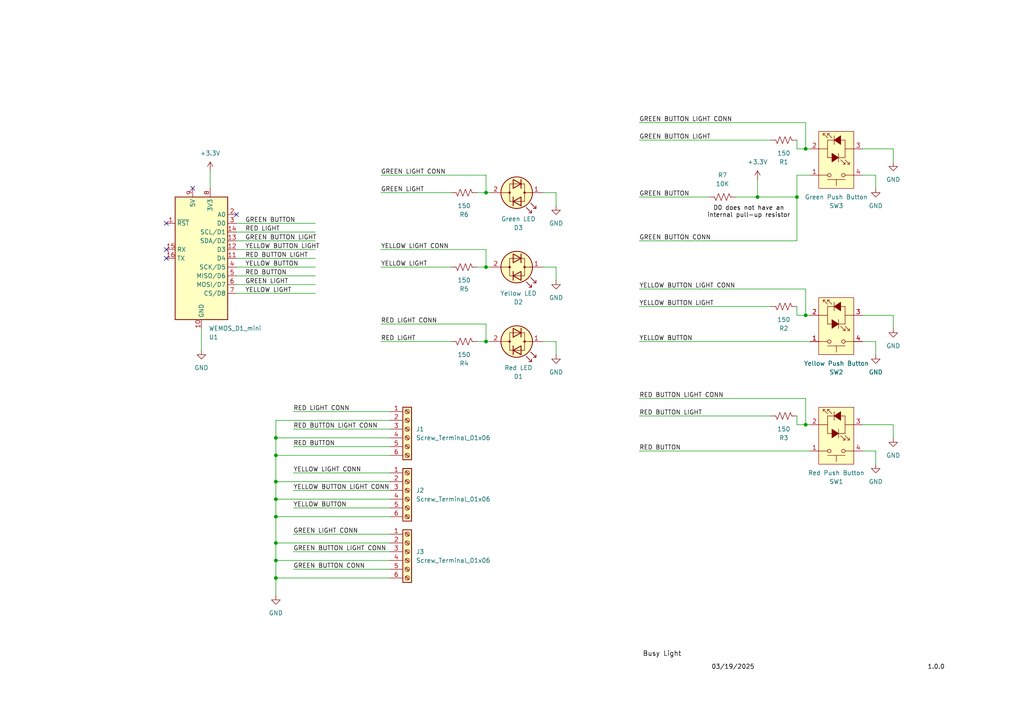
<source format=kicad_sch>
(kicad_sch (version 20250114) (generator "eeschema") (generator_version "9.0")
  (paper "A4")
  (lib_symbols
    (symbol "Connector:Screw_Terminal_01x06" (pin_names (offset 1.016) (hide yes))
      (property "Reference" "J" (at 0 7.62 0))
      (property "Value" "Screw_Terminal_01x06" (at 0 -10.16 0))
      (symbol "Screw_Terminal_01x06_1_1"
        (rectangle (start -1.27 6.35) (end 1.27 -8.89) (stroke (width 0.254)) (fill (type background)))
        (polyline (pts (xy -0.5334 5.4102) (xy 0.3302 4.572)) (stroke (width 0.1524)))
        (polyline (pts (xy -0.5334 2.8702) (xy 0.3302 2.032)) (stroke (width 0.1524)))
        (polyline (pts (xy -0.5334 0.3302) (xy 0.3302 -0.508)) (stroke (width 0.1524)))
        (polyline (pts (xy -0.5334 -2.2098) (xy 0.3302 -3.048)) (stroke (width 0.1524)))
        (polyline (pts (xy -0.5334 -4.7498) (xy 0.3302 -5.588)) (stroke (width 0.1524)))
        (polyline (pts (xy -0.5334 -7.2898) (xy 0.3302 -8.128)) (stroke (width 0.1524)))
        (polyline (pts (xy -0.3556 5.588) (xy 0.508 4.7498)) (stroke (width 0.1524)))
        (polyline (pts (xy -0.3556 3.048) (xy 0.508 2.2098)) (stroke (width 0.1524)))
        (polyline (pts (xy -0.3556 0.508) (xy 0.508 -0.3302)) (stroke (width 0.1524)))
        (polyline (pts (xy -0.3556 -2.032) (xy 0.508 -2.8702)) (stroke (width 0.1524)))
        (polyline (pts (xy -0.3556 -4.572) (xy 0.508 -5.4102)) (stroke (width 0.1524)))
        (polyline (pts (xy -0.3556 -7.112) (xy 0.508 -7.9502)) (stroke (width 0.1524)))
        (circle (center 0 5.08) (radius 0.635) (stroke (width 0.1524)))
        (circle (center 0 2.54) (radius 0.635) (stroke (width 0.1524)))
        (circle (center 0 0) (radius 0.635) (stroke (width 0.1524)))
        (circle (center 0 -2.54) (radius 0.635) (stroke (width 0.1524)))
        (circle (center 0 -5.08) (radius 0.635) (stroke (width 0.1524)))
        (circle (center 0 -7.62) (radius 0.635) (stroke (width 0.1524)))
        (pin passive line (at -5.08 5.08 0) (length 3.81) (name "Pin_1") (number "1"))
        (pin passive line (at -5.08 2.54 0) (length 3.81) (name "Pin_2") (number "2"))
        (pin passive line (at -5.08 0 0) (length 3.81) (name "Pin_3") (number "3"))
        (pin passive line (at -5.08 -2.54 0) (length 3.81) (name "Pin_4") (number "4"))
        (pin passive line (at -5.08 -5.08 0) (length 3.81) (name "Pin_5") (number "5"))
        (pin passive line (at -5.08 -7.62 0) (length 3.81) (name "Pin_6") (number "6"))
      )
    )
    (symbol "Device:LED_Dual_Bidirectional" (pin_names (offset 0) (hide yes))
      (property "Reference" "D" (at 0 5.715 0))
      (property "Value" "LED_Dual_Bidirectional" (at 0 -6.35 0))
      (symbol "LED_Dual_Bidirectional_0_1"
        (polyline (pts (xy -4.572 0) (xy -2.54 0)))
        (circle (center -2.032 0) (radius 0.254) (fill (type outline)))
        (polyline (pts (xy -2.032 0) (xy -2.54 0)))
        (polyline (pts (xy -1.016 3.81) (xy -1.016 1.27)) (stroke (width 0.254)))
        (polyline (pts (xy -1.016 -1.27) (xy -1.016 -3.81) (xy 1.27 -2.54) (xy -1.016 -1.27)) (stroke (width 0.254)))
        (circle (center 0 0) (radius 4.572) (stroke (width 0.254)) (fill (type background)))
        (polyline (pts (xy 1.27 3.81) (xy 1.27 1.27) (xy -1.016 2.54) (xy 1.27 3.81)) (stroke (width 0.254)))
        (polyline (pts (xy 1.27 -1.27) (xy 1.27 -3.81)) (stroke (width 0.254)))
        (polyline (pts (xy 2.286 2.54) (xy -2.032 2.54) (xy -2.032 -2.54) (xy 2.286 -2.54) (xy 2.286 2.54)))
        (circle (center 2.286 0) (radius 0.254) (fill (type outline)))
        (polyline (pts (xy 2.794 4.318) (xy 4.318 5.842) (xy 3.556 5.842)) (stroke (width 0.2032)))
        (polyline (pts (xy 4.064 3.048) (xy 5.588 4.572) (xy 4.826 4.572)) (stroke (width 0.2032)))
        (polyline (pts (xy 4.064 0) (xy 2.286 0)) (fill (type outline)))
        (polyline (pts (xy 4.318 5.842) (xy 4.318 5.08)) (stroke (width 0.2032)))
        (polyline (pts (xy 5.588 4.572) (xy 5.588 3.81)) (stroke (width 0.2032)))
      )
      (symbol "LED_Dual_Bidirectional_1_1"
        (pin input line (at -7.62 0 0) (length 3.048) (name "AK") (number "2"))
        (pin input line (at 7.62 0 180) (length 3.81) (name "KA") (number "1"))
      )
    )
    (symbol "Device:R_US" (pin_numbers (hide yes)) (pin_names (offset 0))
      (property "Reference" "R" (at 2.54 0 90))
      (property "Value" "R_US" (at -2.54 0 90))
      (symbol "R_US_0_1"
        (polyline (pts (xy 0 2.286) (xy 0 2.54)))
        (polyline (pts (xy 0 2.286) (xy 1.016 1.905) (xy 0 1.524) (xy -1.016 1.143) (xy 0 0.762)))
        (polyline (pts (xy 0 0.762) (xy 1.016 0.381) (xy 0 0) (xy -1.016 -0.381) (xy 0 -0.762)))
        (polyline (pts (xy 0 -0.762) (xy 1.016 -1.143) (xy 0 -1.524) (xy -1.016 -1.905) (xy 0 -2.286)))
        (polyline (pts (xy 0 -2.286) (xy 0 -2.54)))
      )
      (symbol "R_US_1_1"
        (pin passive line (at 0 3.81 270) (length 1.27) (name "~") (number "1"))
        (pin passive line (at 0 -3.81 90) (length 1.27) (name "~") (number "2"))
      )
    )
    (symbol "RF_Module:WEMOS_D1_mini"
      (property "Reference" "U" (at 3.81 19.05 0))
      (property "Value" "WEMOS_D1_mini" (at 1.27 -19.05 0))
      (symbol "WEMOS_D1_mini_1_1"
        (rectangle (start -7.62 17.78) (end 7.62 -17.78) (stroke (width 0.254)) (fill (type background)))
        (pin input line (at -10.16 10.16 0) (length 2.54) (name "~{RST}") (number "1"))
        (pin input line (at -10.16 2.54 0) (length 2.54) (name "RX") (number "15"))
        (pin output line (at -10.16 0 0) (length 2.54) (name "TX") (number "16"))
        (pin power_in line (at -2.54 20.32 270) (length 2.54) (name "5V") (number "9"))
        (pin power_in line (at 0 -20.32 90) (length 2.54) (name "GND") (number "10"))
        (pin power_out line (at 2.54 20.32 270) (length 2.54) (name "3V3") (number "8"))
        (pin input line (at 10.16 12.7 180) (length 2.54) (name "A0") (number "2"))
        (pin bidirectional line (at 10.16 10.16 180) (length 2.54) (name "D0") (number "3"))
        (pin bidirectional line (at 10.16 7.62 180) (length 2.54) (name "SCL/D1") (number "14"))
        (pin bidirectional line (at 10.16 5.08 180) (length 2.54) (name "SDA/D2") (number "13"))
        (pin bidirectional line (at 10.16 2.54 180) (length 2.54) (name "D3") (number "12"))
        (pin bidirectional line (at 10.16 0 180) (length 2.54) (name "D4") (number "11"))
        (pin bidirectional line (at 10.16 -2.54 180) (length 2.54) (name "SCK/D5") (number "4"))
        (pin bidirectional line (at 10.16 -5.08 180) (length 2.54) (name "MISO/D6") (number "5"))
        (pin bidirectional line (at 10.16 -7.62 180) (length 2.54) (name "MOSI/D7") (number "6"))
        (pin bidirectional line (at 10.16 -10.16 180) (length 2.54) (name "CS/D8") (number "7"))
      )
    )
    (symbol "Switch:SW_MEC_5G_2LED" (pin_names (offset 1.016) (hide yes))
      (property "Reference" "SW" (at 0 10.16 0))
      (property "Value" "SW_MEC_5G_2LED" (at 0 -8.89 0))
      (symbol "SW_MEC_5G_2LED_0_0"
        (polyline (pts (xy -5.08 5.08) (xy -2.54 5.08)))
        (polyline (pts (xy -5.08 -2.54) (xy -2.54 -2.54)))
        (polyline (pts (xy -3.81 -6.35) (xy -3.81 -6.985) (xy -3.175 -6.985)))
        (polyline (pts (xy -3.81 -6.985) (xy -2.54 -5.715)))
        (polyline (pts (xy -2.54 0) (xy -2.54 -5.08)))
        (polyline (pts (xy -2.54 -5.08) (xy 2.54 -5.08)))
        (polyline (pts (xy -2.54 -6.35) (xy -2.54 -6.985) (xy -1.905 -6.985)))
        (polyline (pts (xy -2.54 -6.985) (xy -1.27 -5.715)))
        (polyline (pts (xy -0.635 -3.81) (xy -0.635 -6.35)))
        (polyline (pts (xy -0.635 -5.08) (xy 1.27 -3.81) (xy 1.27 -6.35) (xy -0.635 -5.08)) (fill (type outline)))
        (polyline (pts (xy 0.635 1.27) (xy 0.635 -1.27)))
        (polyline (pts (xy 0.635 0) (xy -1.27 1.27) (xy -1.27 -1.27) (xy 0.635 0)) (fill (type outline)))
        (polyline (pts (xy 2.54 5.08) (xy 5.08 5.08)))
        (polyline (pts (xy 2.54 1.905) (xy 1.27 0.635)))
        (polyline (pts (xy 2.54 1.27) (xy 2.54 1.905) (xy 1.905 1.905)))
        (polyline (pts (xy 2.54 0) (xy -2.54 0)))
        (polyline (pts (xy 2.54 0) (xy 2.54 -5.08)))
        (polyline (pts (xy 3.81 1.905) (xy 2.54 0.635)))
        (polyline (pts (xy 3.81 1.27) (xy 3.81 1.905) (xy 3.175 1.905)))
        (polyline (pts (xy 5.08 -2.54) (xy 2.54 -2.54)))
      )
      (symbol "SW_MEC_5G_2LED_0_1"
        (circle (center -2.032 5.08) (radius 0.508))
        (polyline (pts (xy 0 6.35) (xy 0 8.128)))
        (circle (center 2.032 5.08) (radius 0.508))
        (polyline (pts (xy 2.54 6.35) (xy -2.54 6.35)))
        (pin passive line (at -7.62 5.08 0) (length 2.54) (name "1") (number "1"))
        (pin passive line (at -7.62 -2.54 0) (length 2.54) (name "2") (number "2"))
        (pin passive line (at 7.62 5.08 180) (length 2.54) (name "A") (number "4"))
        (pin passive line (at 7.62 -2.54 180) (length 2.54) (name "K") (number "3"))
      )
      (symbol "SW_MEC_5G_2LED_1_1"
        (rectangle (start -5.08 8.89) (end 5.08 -7.62) (fill (type background)))
      )
    )
    (symbol "power:+3.3V" (power) (pin_numbers (hide yes)) (pin_names (offset 0) (hide yes))
      (property "Value" "+3.3V" (at 0 3.556 0))
      (symbol "+3.3V_0_1"
        (polyline (pts (xy -0.762 1.27) (xy 0 2.54)))
        (polyline (pts (xy 0 2.54) (xy 0.762 1.27)))
        (polyline (pts (xy 0 0) (xy 0 2.54)))
      )
      (symbol "+3.3V_1_1"
        (pin power_in line (at 0 0 90) (length 0) (name "~") (number "1"))
      )
    )
    (symbol "power:GND" (power) (pin_numbers (hide yes)) (pin_names (offset 0) (hide yes))
      (property "Value" "GND" (at 0 -3.81 0))
      (symbol "GND_0_1"
        (polyline (pts (xy 0 0) (xy 0 -1.27) (xy 1.27 -1.27) (xy 0 -2.54) (xy -1.27 -1.27) (xy 0 -1.27)))
      )
      (symbol "GND_1_1"
        (pin power_in line (at 0 0 270) (length 0) (name "~") (number "1"))
      )
    )
  )
  (text "03/19/2025" (at 212.598 193.548 0) (effects (font (size 1.27 1.27))))
  (text "Busy Light" (at 192.024 189.738 0) (effects (font (size 1.397 1.397))))
  (text "1.0.0" (at 271.526 193.548 0) (effects (font (size 1.27 1.27))))
  (text "D0 does not have an\ninternal pull-up resistor" (at 217.17 61.468 0) (effects (font (size 1.27 1.27))))
  (junction (at 80.01 162.56))
  (junction (at 231.14 57.15))
  (junction (at 80.01 167.64))
  (junction (at 80.01 127))
  (junction (at 233.68 123.19))
  (junction (at 233.68 43.18))
  (junction (at 80.01 139.7))
  (junction (at 140.97 77.47))
  (junction (at 233.68 91.44))
  (junction (at 140.97 55.88))
  (junction (at 80.01 149.86))
  (junction (at 80.01 132.08))
  (junction (at 80.01 157.48))
  (junction (at 140.97 99.06))
  (junction (at 80.01 144.78))
  (junction (at 219.71 57.15))
  (no_connect (at 55.88 54.61))
  (no_connect (at 48.26 72.39))
  (no_connect (at 68.58 62.23))
  (no_connect (at 48.26 74.93))
  (no_connect (at 48.26 64.77))
  (wire (pts (xy 231.14 50.8) (xy 234.95 50.8)))
  (wire (pts (xy 233.68 123.19) (xy 233.68 115.57)))
  (wire (pts (xy 185.42 115.57) (xy 233.68 115.57)))
  (wire (pts (xy 85.09 154.94) (xy 113.03 154.94)))
  (wire (pts (xy 80.01 167.64) (xy 80.01 172.72)))
  (wire (pts (xy 80.01 132.08) (xy 80.01 139.7)))
  (wire (pts (xy 233.68 43.18) (xy 233.68 35.56)))
  (wire (pts (xy 185.42 40.64) (xy 223.52 40.64)))
  (wire (pts (xy 138.43 77.47) (xy 140.97 77.47)))
  (wire (pts (xy 231.14 120.65) (xy 231.14 123.19)))
  (wire (pts (xy 85.09 137.16) (xy 113.03 137.16)))
  (wire (pts (xy 110.49 50.8) (xy 140.97 50.8)))
  (wire (pts (xy 254 130.81) (xy 254 134.62)))
  (wire (pts (xy 231.14 88.9) (xy 231.14 91.44)))
  (wire (pts (xy 185.42 130.81) (xy 234.95 130.81)))
  (wire (pts (xy 161.29 55.88) (xy 161.29 59.69)))
  (wire (pts (xy 80.01 162.56) (xy 80.01 167.64)))
  (wire (pts (xy 185.42 57.15) (xy 205.74 57.15)))
  (wire (pts (xy 85.09 147.32) (xy 113.03 147.32)))
  (wire (pts (xy 161.29 99.06) (xy 161.29 102.87)))
  (wire (pts (xy 85.09 124.46) (xy 113.03 124.46)))
  (wire (pts (xy 250.19 130.81) (xy 254 130.81)))
  (wire (pts (xy 157.48 55.88) (xy 161.29 55.88)))
  (wire (pts (xy 68.58 80.01) (xy 91.44 80.01)))
  (wire (pts (xy 68.58 85.09) (xy 91.44 85.09)))
  (wire (pts (xy 254 99.06) (xy 254 102.87)))
  (wire (pts (xy 250.19 99.06) (xy 254 99.06)))
  (wire (pts (xy 254 50.8) (xy 254 54.61)))
  (wire (pts (xy 140.97 99.06) (xy 140.97 93.98)))
  (wire (pts (xy 68.58 82.55) (xy 91.44 82.55)))
  (wire (pts (xy 138.43 99.06) (xy 140.97 99.06)))
  (wire (pts (xy 110.49 99.06) (xy 130.81 99.06)))
  (wire (pts (xy 138.43 55.88) (xy 140.97 55.88)))
  (wire (pts (xy 80.01 139.7) (xy 80.01 144.78)))
  (wire (pts (xy 85.09 119.38) (xy 113.03 119.38)))
  (wire (pts (xy 58.42 95.25) (xy 58.42 101.6)))
  (wire (pts (xy 231.14 91.44) (xy 233.68 91.44)))
  (wire (pts (xy 110.49 77.47) (xy 130.81 77.47)))
  (wire (pts (xy 68.58 77.47) (xy 91.44 77.47)))
  (wire (pts (xy 231.14 57.15) (xy 231.14 50.8)))
  (wire (pts (xy 259.08 123.19) (xy 259.08 127)))
  (wire (pts (xy 219.71 57.15) (xy 231.14 57.15)))
  (wire (pts (xy 80.01 144.78) (xy 113.03 144.78)))
  (wire (pts (xy 185.42 69.85) (xy 231.14 69.85)))
  (wire (pts (xy 259.08 43.18) (xy 259.08 46.99)))
  (wire (pts (xy 80.01 127) (xy 113.03 127)))
  (wire (pts (xy 80.01 127) (xy 80.01 132.08)))
  (wire (pts (xy 233.68 91.44) (xy 234.95 91.44)))
  (wire (pts (xy 80.01 121.92) (xy 113.03 121.92)))
  (wire (pts (xy 68.58 69.85) (xy 91.44 69.85)))
  (wire (pts (xy 140.97 77.47) (xy 140.97 72.39)))
  (wire (pts (xy 231.14 40.64) (xy 231.14 43.18)))
  (wire (pts (xy 140.97 55.88) (xy 142.24 55.88)))
  (wire (pts (xy 110.49 93.98) (xy 140.97 93.98)))
  (wire (pts (xy 60.96 49.53) (xy 60.96 54.61)))
  (wire (pts (xy 110.49 55.88) (xy 130.81 55.88)))
  (wire (pts (xy 233.68 91.44) (xy 233.68 83.82)))
  (wire (pts (xy 213.36 57.15) (xy 219.71 57.15)))
  (wire (pts (xy 85.09 129.54) (xy 113.03 129.54)))
  (wire (pts (xy 185.42 88.9) (xy 223.52 88.9)))
  (wire (pts (xy 231.14 123.19) (xy 233.68 123.19)))
  (wire (pts (xy 250.19 123.19) (xy 259.08 123.19)))
  (wire (pts (xy 250.19 43.18) (xy 259.08 43.18)))
  (wire (pts (xy 140.97 99.06) (xy 142.24 99.06)))
  (wire (pts (xy 68.58 72.39) (xy 91.44 72.39)))
  (wire (pts (xy 68.58 67.31) (xy 91.44 67.31)))
  (wire (pts (xy 219.71 52.07) (xy 219.71 57.15)))
  (wire (pts (xy 250.19 91.44) (xy 259.08 91.44)))
  (wire (pts (xy 80.01 132.08) (xy 113.03 132.08)))
  (wire (pts (xy 250.19 50.8) (xy 254 50.8)))
  (wire (pts (xy 80.01 157.48) (xy 80.01 162.56)))
  (wire (pts (xy 85.09 142.24) (xy 113.03 142.24)))
  (wire (pts (xy 80.01 162.56) (xy 113.03 162.56)))
  (wire (pts (xy 161.29 77.47) (xy 161.29 81.28)))
  (wire (pts (xy 80.01 121.92) (xy 80.01 127)))
  (wire (pts (xy 231.14 43.18) (xy 233.68 43.18)))
  (wire (pts (xy 85.09 165.1) (xy 113.03 165.1)))
  (wire (pts (xy 80.01 139.7) (xy 113.03 139.7)))
  (wire (pts (xy 140.97 77.47) (xy 142.24 77.47)))
  (wire (pts (xy 80.01 149.86) (xy 80.01 157.48)))
  (wire (pts (xy 110.49 72.39) (xy 140.97 72.39)))
  (wire (pts (xy 80.01 149.86) (xy 113.03 149.86)))
  (wire (pts (xy 80.01 144.78) (xy 80.01 149.86)))
  (wire (pts (xy 157.48 99.06) (xy 161.29 99.06)))
  (wire (pts (xy 231.14 57.15) (xy 231.14 69.85)))
  (wire (pts (xy 157.48 77.47) (xy 161.29 77.47)))
  (wire (pts (xy 185.42 83.82) (xy 233.68 83.82)))
  (wire (pts (xy 68.58 64.77) (xy 91.44 64.77)))
  (wire (pts (xy 140.97 55.88) (xy 140.97 50.8)))
  (wire (pts (xy 233.68 123.19) (xy 234.95 123.19)))
  (wire (pts (xy 259.08 91.44) (xy 259.08 95.25)))
  (wire (pts (xy 68.58 74.93) (xy 91.44 74.93)))
  (wire (pts (xy 185.42 35.56) (xy 233.68 35.56)))
  (wire (pts (xy 85.09 160.02) (xy 113.03 160.02)))
  (wire (pts (xy 80.01 157.48) (xy 113.03 157.48)))
  (wire (pts (xy 185.42 120.65) (xy 223.52 120.65)))
  (wire (pts (xy 233.68 43.18) (xy 234.95 43.18)))
  (wire (pts (xy 80.01 167.64) (xy 113.03 167.64)))
  (wire (pts (xy 185.42 99.06) (xy 234.95 99.06)))
  (label "GREEN BUTTON LIGHT CONN" (at 185.42 35.56 0))
  (label "RED BUTTON LIGHT" (at 71.12 74.93 0))
  (label "YELLOW LIGHT" (at 71.12 85.09 0))
  (label "YELLOW BUTTON LIGHT CONN" (at 185.42 83.82 0))
  (label "GREEN BUTTON CONN" (at 85.09 165.1 0))
  (label "GREEN BUTTON LIGHT" (at 71.12 69.85 0))
  (label "GREEN BUTTON" (at 71.12 64.77 0))
  (label "RED BUTTON LIGHT CONN" (at 85.09 124.46 0))
  (label "RED LIGHT" (at 71.12 67.31 0))
  (label "RED BUTTON LIGHT" (at 185.42 120.65 0))
  (label "RED LIGHT" (at 110.49 99.06 0))
  (label "RED BUTTON" (at 85.09 129.54 0))
  (label "YELLOW BUTTON" (at 185.42 99.06 0))
  (label "GREEN BUTTON LIGHT" (at 185.42 40.64 0))
  (label "GREEN LIGHT" (at 71.12 82.55 0))
  (label "GREEN LIGHT CONN" (at 85.09 154.94 0))
  (label "YELLOW LIGHT CONN" (at 85.09 137.16 0))
  (label "GREEN BUTTON" (at 185.42 57.15 0))
  (label "GREEN BUTTON LIGHT CONN" (at 85.09 160.02 0))
  (label "YELLOW LIGHT CONN" (at 110.49 72.39 0))
  (label "YELLOW LIGHT" (at 110.49 77.47 0))
  (label "RED BUTTON" (at 71.12 80.01 0))
  (label "YELLOW BUTTON LIGHT" (at 185.42 88.9 0))
  (label "YELLOW BUTTON" (at 71.12 77.47 0))
  (label "RED LIGHT CONN" (at 110.49 93.98 0))
  (label "GREEN BUTTON CONN" (at 185.42 69.85 0))
  (label "YELLOW BUTTON LIGHT CONN" (at 85.09 142.24 0))
  (label "RED LIGHT CONN" (at 85.09 119.38 0))
  (label "GREEN LIGHT" (at 110.49 55.88 0))
  (label "RED BUTTON" (at 185.42 130.81 0))
  (label "GREEN LIGHT CONN" (at 110.49 50.8 0))
  (label "YELLOW BUTTON" (at 85.09 147.32 0))
  (label "YELLOW BUTTON LIGHT" (at 71.12 72.39 0))
  (label "RED BUTTON LIGHT CONN" (at 185.42 115.57 0))
  (symbol (lib_id "Device:LED_Dual_Bidirectional") (at 149.86 99.06 0) (mirror x) (unit 1) (on_board no)
    (property "Reference" "D1" (at 150.3553 109.22 0))
    (property "Value" "Red LED" (at 150.3553 106.68 0))
    (property "Footprint" "TerminalBlock_Phoenix:TerminalBlock_Phoenix_MKDS-1,5-6-5.08_1x06_P5.08mm_Horizontal" (effects (hide yes)))
    (property "Description" "Dual LED, bidirectional" (effects (hide yes)))
  )
  (symbol (lib_id "power:GND") (at 58.42 101.6 0) (unit 1)
    (property "Reference" "#PWR02" (effects (hide yes)))
    (property "Value" "GND" (at 58.42 106.68 0))
    (property "Description" "Power symbol creates a global label with name \"GND\" , ground" (effects (hide yes)))
  )
  (symbol (lib_id "Device:R_US") (at 227.33 40.64 90) (mirror x) (unit 1)
    (property "Reference" "R1" (at 227.33 46.99 90))
    (property "Value" "150" (at 227.33 44.45 90))
    (property "Footprint" "Resistor_THT:R_Axial_DIN0204_L3.6mm_D1.6mm_P7.62mm_Horizontal" (effects (hide yes)))
    (property "Description" "Resistor, US symbol" (effects (hide yes)))
  )
  (symbol (lib_id "power:GND") (at 254 102.87 0) (unit 1)
    (property "Reference" "#PWR08" (effects (hide yes)))
    (property "Value" "GND" (at 254 107.95 0))
    (property "Description" "Power symbol creates a global label with name \"GND\" , ground" (effects (hide yes)))
  )
  (symbol (lib_id "Switch:SW_MEC_5G_2LED") (at 242.57 45.72 0) (mirror x) (unit 1) (on_board no)
    (property "Reference" "SW3" (at 242.57 59.69 0))
    (property "Value" "Green Push Button" (at 242.57 57.15 0))
    (property "Footprint" "TerminalBlock_Phoenix:TerminalBlock_Phoenix_MKDS-1,5-6-5.08_1x06_P5.08mm_Horizontal" (effects (hide yes)))
    (property "Datasheet" "http://www.apem.com/int/index.php?controller=attachment&id_attachment=488" (effects (hide yes)))
    (property "Description" "MEC 5G single pole normally-open illuminated tactile switch with two LEDs" (effects (hide yes)))
  )
  (symbol (lib_id "power:GND") (at 259.08 95.25 0) (unit 1)
    (property "Reference" "#PWR09" (effects (hide yes)))
    (property "Value" "GND" (at 259.08 100.33 0))
    (property "Description" "Power symbol creates a global label with name \"GND\" , ground" (effects (hide yes)))
  )
  (symbol (lib_id "Device:R_US") (at 134.62 77.47 90) (mirror x) (unit 1)
    (property "Reference" "R5" (at 134.62 83.82 90))
    (property "Value" "150" (at 134.62 81.28 90))
    (property "Footprint" "Resistor_THT:R_Axial_DIN0204_L3.6mm_D1.6mm_P7.62mm_Horizontal" (effects (hide yes)))
    (property "Description" "Resistor, US symbol" (effects (hide yes)))
  )
  (symbol (lib_id "Switch:SW_MEC_5G_2LED") (at 242.57 125.73 0) (mirror x) (unit 1) (on_board no)
    (property "Reference" "SW1" (at 242.57 139.7 0))
    (property "Value" "Red Push Button" (at 242.57 137.16 0))
    (property "Footprint" "TerminalBlock_Phoenix:TerminalBlock_Phoenix_MKDS-1,5-6-5.08_1x06_P5.08mm_Horizontal" (effects (hide yes)))
    (property "Datasheet" "http://www.apem.com/int/index.php?controller=attachment&id_attachment=488" (effects (hide yes)))
    (property "Description" "MEC 5G single pole normally-open illuminated tactile switch with two LEDs" (effects (hide yes)))
  )
  (symbol (lib_id "power:GND") (at 80.01 172.72 0) (unit 1)
    (property "Reference" "#PWR013" (effects (hide yes)))
    (property "Value" "GND" (at 80.01 177.8 0))
    (property "Description" "Power symbol creates a global label with name \"GND\" , ground" (effects (hide yes)))
  )
  (symbol (lib_id "Connector:Screw_Terminal_01x06") (at 118.11 142.24 0) (unit 1)
    (property "Reference" "J2" (at 120.65 142.2399 0) (effects (justify left)))
    (property "Value" "Screw_Terminal_01x06" (at 120.65 144.7799 0) (effects (justify left)))
    (property "Footprint" "TerminalBlock_Phoenix:TerminalBlock_Phoenix_MKDS-1,5-6-5.08_1x06_P5.08mm_Horizontal" (effects (hide yes)))
    (property "Description" "Generic screw terminal, single row, 01x06, script generated (kicad-library-utils/schlib/autogen/connector/)" (effects (hide yes)))
  )
  (symbol (lib_id "power:+3.3V") (at 60.96 49.53 0) (unit 1)
    (property "Reference" "#PWR01" (effects (hide yes)))
    (property "Value" "+3.3V" (at 60.96 44.45 0))
    (property "Description" "Power symbol creates a global label with name \"+3.3V\"" (effects (hide yes)))
  )
  (symbol (lib_id "power:GND") (at 161.29 102.87 0) (unit 1)
    (property "Reference" "#PWR05" (effects (hide yes)))
    (property "Value" "GND" (at 161.29 107.95 0))
    (property "Description" "Power symbol creates a global label with name \"GND\" , ground" (effects (hide yes)))
  )
  (symbol (lib_id "Device:R_US") (at 227.33 120.65 90) (mirror x) (unit 1)
    (property "Reference" "R3" (at 227.33 127 90))
    (property "Value" "150" (at 227.33 124.46 90))
    (property "Footprint" "Resistor_THT:R_Axial_DIN0204_L3.6mm_D1.6mm_P7.62mm_Horizontal" (effects (hide yes)))
    (property "Description" "Resistor, US symbol" (effects (hide yes)))
  )
  (symbol (lib_id "Connector:Screw_Terminal_01x06") (at 118.11 160.02 0) (unit 1)
    (property "Reference" "J3" (at 120.65 160.0199 0) (effects (justify left)))
    (property "Value" "Screw_Terminal_01x06" (at 120.65 162.5599 0) (effects (justify left)))
    (property "Footprint" "TerminalBlock_Phoenix:TerminalBlock_Phoenix_MKDS-1,5-6-5.08_1x06_P5.08mm_Horizontal" (effects (hide yes)))
    (property "Description" "Generic screw terminal, single row, 01x06, script generated (kicad-library-utils/schlib/autogen/connector/)" (effects (hide yes)))
  )
  (symbol (lib_id "Device:R_US") (at 209.55 57.15 90) (mirror x) (unit 1)
    (property "Reference" "R7" (at 209.55 50.8 90))
    (property "Value" "10K" (at 209.55 53.34 90))
    (property "Footprint" "Resistor_THT:R_Axial_DIN0204_L3.6mm_D1.6mm_P7.62mm_Horizontal" (effects (hide yes)))
    (property "Description" "Resistor, US symbol" (effects (hide yes)))
  )
  (symbol (lib_id "Device:R_US") (at 134.62 55.88 90) (mirror x) (unit 1)
    (property "Reference" "R6" (at 134.62 62.23 90))
    (property "Value" "150" (at 134.62 59.69 90))
    (property "Footprint" "Resistor_THT:R_Axial_DIN0204_L3.6mm_D1.6mm_P7.62mm_Horizontal" (effects (hide yes)))
    (property "Description" "Resistor, US symbol" (effects (hide yes)))
  )
  (symbol (lib_id "Device:R_US") (at 227.33 88.9 90) (mirror x) (unit 1)
    (property "Reference" "R2" (at 227.33 95.25 90))
    (property "Value" "150" (at 227.33 92.71 90))
    (property "Footprint" "Resistor_THT:R_Axial_DIN0204_L3.6mm_D1.6mm_P7.62mm_Horizontal" (effects (hide yes)))
    (property "Description" "Resistor, US symbol" (effects (hide yes)))
  )
  (symbol (lib_id "power:GND") (at 259.08 127 0) (unit 1)
    (property "Reference" "#PWR07" (effects (hide yes)))
    (property "Value" "GND" (at 259.08 132.08 0))
    (property "Description" "Power symbol creates a global label with name \"GND\" , ground" (effects (hide yes)))
  )
  (symbol (lib_id "Device:LED_Dual_Bidirectional") (at 149.86 77.47 0) (mirror x) (unit 1) (on_board no)
    (property "Reference" "D2" (at 150.3553 87.63 0))
    (property "Value" "Yellow LED" (at 150.3553 85.09 0))
    (property "Footprint" "TerminalBlock_Phoenix:TerminalBlock_Phoenix_MKDS-1,5-6-5.08_1x06_P5.08mm_Horizontal" (effects (hide yes)))
    (property "Description" "Dual LED, bidirectional" (effects (hide yes)))
  )
  (symbol (lib_id "RF_Module:WEMOS_D1_mini") (at 58.42 74.93 0) (unit 1)
    (property "Reference" "U1" (at 60.5633 97.79 0) (effects (justify left)))
    (property "Value" "WEMOS_D1_mini" (at 60.5633 95.25 0) (effects (justify left)))
    (property "Footprint" "RF_Module:WEMOS_D1_mini_light" (effects (hide yes)))
    (property "Datasheet" "https://wiki.wemos.cc/products:d1:d1_mini#documentation" (effects (hide yes)))
    (property "Description" "32-bit microcontroller module with WiFi" (effects (hide yes)))
  )
  (symbol (lib_id "power:GND") (at 161.29 81.28 0) (unit 1)
    (property "Reference" "#PWR04" (effects (hide yes)))
    (property "Value" "GND" (at 161.29 86.36 0))
    (property "Description" "Power symbol creates a global label with name \"GND\" , ground" (effects (hide yes)))
  )
  (symbol (lib_id "power:GND") (at 161.29 59.69 0) (unit 1)
    (property "Reference" "#PWR03" (effects (hide yes)))
    (property "Value" "GND" (at 161.29 64.77 0))
    (property "Description" "Power symbol creates a global label with name \"GND\" , ground" (effects (hide yes)))
  )
  (symbol (lib_id "power:GND") (at 259.08 46.99 0) (unit 1)
    (property "Reference" "#PWR011" (effects (hide yes)))
    (property "Value" "GND" (at 259.08 52.07 0))
    (property "Description" "Power symbol creates a global label with name \"GND\" , ground" (effects (hide yes)))
  )
  (symbol (lib_id "Switch:SW_MEC_5G_2LED") (at 242.57 93.98 0) (mirror x) (unit 1) (on_board no)
    (property "Reference" "SW2" (at 242.57 107.95 0))
    (property "Value" "Yellow Push Button" (at 242.57 105.41 0))
    (property "Footprint" "TerminalBlock_Phoenix:TerminalBlock_Phoenix_MKDS-1,5-6-5.08_1x06_P5.08mm_Horizontal" (effects (hide yes)))
    (property "Datasheet" "http://www.apem.com/int/index.php?controller=attachment&id_attachment=488" (effects (hide yes)))
    (property "Description" "MEC 5G single pole normally-open illuminated tactile switch with two LEDs" (effects (hide yes)))
  )
  (symbol (lib_id "power:+3.3V") (at 219.71 52.07 0) (unit 1)
    (property "Reference" "#PWR012" (effects (hide yes)))
    (property "Value" "+3.3V" (at 219.71 46.99 0))
    (property "Description" "Power symbol creates a global label with name \"+3.3V\"" (effects (hide yes)))
  )
  (symbol (lib_id "Connector:Screw_Terminal_01x06") (at 118.11 124.46 0) (unit 1)
    (property "Reference" "J1" (at 120.65 124.4599 0) (effects (justify left)))
    (property "Value" "Screw_Terminal_01x06" (at 120.65 126.9999 0) (effects (justify left)))
    (property "Footprint" "TerminalBlock_Phoenix:TerminalBlock_Phoenix_MKDS-1,5-6-5.08_1x06_P5.08mm_Horizontal" (effects (hide yes)))
    (property "Description" "Generic screw terminal, single row, 01x06, script generated (kicad-library-utils/schlib/autogen/connector/)" (effects (hide yes)))
  )
  (symbol (lib_id "power:GND") (at 254 54.61 0) (unit 1)
    (property "Reference" "#PWR010" (effects (hide yes)))
    (property "Value" "GND" (at 254 59.69 0))
    (property "Description" "Power symbol creates a global label with name \"GND\" , ground" (effects (hide yes)))
  )
  (symbol (lib_id "Device:LED_Dual_Bidirectional") (at 149.86 55.88 0) (mirror x) (unit 1) (on_board no)
    (property "Reference" "D3" (at 150.3553 66.04 0))
    (property "Value" "Green LED" (at 150.3553 63.5 0))
    (property "Footprint" "TerminalBlock_Phoenix:TerminalBlock_Phoenix_MKDS-1,5-6-5.08_1x06_P5.08mm_Horizontal" (effects (hide yes)))
    (property "Description" "Dual LED, bidirectional" (effects (hide yes)))
  )
  (symbol (lib_id "Device:R_US") (at 134.62 99.06 90) (mirror x) (unit 1)
    (property "Reference" "R4" (at 134.62 105.41 90))
    (property "Value" "150" (at 134.62 102.87 90))
    (property "Footprint" "Resistor_THT:R_Axial_DIN0204_L3.6mm_D1.6mm_P7.62mm_Horizontal" (effects (hide yes)))
    (property "Description" "Resistor, US symbol" (effects (hide yes)))
  )
  (symbol (lib_id "power:GND") (at 254 134.62 0) (unit 1)
    (property "Reference" "#PWR06" (effects (hide yes)))
    (property "Value" "GND" (at 254 139.7 0))
    (property "Description" "Power symbol creates a global label with name \"GND\" , ground" (effects (hide yes)))
  )
)
</source>
